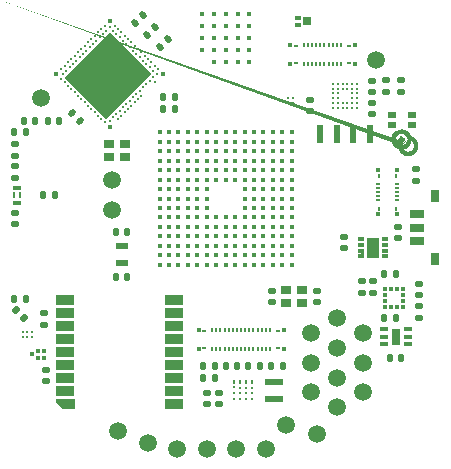
<source format=gbr>
%TF.GenerationSoftware,KiCad,Pcbnew,7.0.1*%
%TF.CreationDate,2023-12-30T18:27:54+00:00*%
%TF.ProjectId,watch_main,77617463-685f-46d6-9169-6e2e6b696361,rev?*%
%TF.SameCoordinates,Original*%
%TF.FileFunction,Soldermask,Top*%
%TF.FilePolarity,Negative*%
%FSLAX46Y46*%
G04 Gerber Fmt 4.6, Leading zero omitted, Abs format (unit mm)*
G04 Created by KiCad (PCBNEW 7.0.1) date 2023-12-30 18:27:54*
%MOMM*%
%LPD*%
G01*
G04 APERTURE LIST*
G04 Aperture macros list*
%AMRoundRect*
0 Rectangle with rounded corners*
0 $1 Rounding radius*
0 $2 $3 $4 $5 $6 $7 $8 $9 X,Y pos of 4 corners*
0 Add a 4 corners polygon primitive as box body*
4,1,4,$2,$3,$4,$5,$6,$7,$8,$9,$2,$3,0*
0 Add four circle primitives for the rounded corners*
1,1,$1+$1,$2,$3*
1,1,$1+$1,$4,$5*
1,1,$1+$1,$6,$7*
1,1,$1+$1,$8,$9*
0 Add four rect primitives between the rounded corners*
20,1,$1+$1,$2,$3,$4,$5,0*
20,1,$1+$1,$4,$5,$6,$7,0*
20,1,$1+$1,$6,$7,$8,$9,0*
20,1,$1+$1,$8,$9,$2,$3,0*%
%AMRotRect*
0 Rectangle, with rotation*
0 The origin of the aperture is its center*
0 $1 length*
0 $2 width*
0 $3 Rotation angle, in degrees counterclockwise*
0 Add horizontal line*
21,1,$1,$2,0,0,$3*%
%AMFreePoly0*
4,1,6,0.450000,-0.400000,-0.450000,-0.400000,-0.450000,0.650000,0.150000,1.200000,0.450000,1.200000,0.450000,-0.400000,0.450000,-0.400000,$1*%
%AMFreePoly1*
4,1,7,0.150000,0.000000,0.350000,0.000000,0.350000,-0.250000,-0.150000,-0.250000,-0.150000,0.250000,0.150000,0.250000,0.150000,0.000000,0.150000,0.000000,$1*%
%AMFreePoly2*
4,1,59,0.799098,0.828199,0.965410,0.754152,1.112692,0.647145,1.234508,0.511855,1.325534,0.354194,1.381790,0.181054,1.400820,0.000000,1.381790,-0.181054,1.325534,-0.354194,1.234508,-0.511855,1.112692,-0.647145,0.965410,-0.754152,0.799098,-0.828199,0.621025,-0.866050,0.438975,-0.866050,0.260902,-0.828199,0.094590,-0.754152,-0.052692,-0.647145,-0.174508,-0.511855,-0.265534,-0.354194,
-0.321790,-0.181054,-0.339094,-0.016420,0.056698,-0.016420,0.073606,-0.134009,0.129848,-0.257162,0.218508,-0.359481,0.332403,-0.432677,0.462306,-0.470820,0.597694,-0.470820,0.727597,-0.432677,0.841492,-0.359481,0.930152,-0.257162,0.986394,-0.134009,1.005662,0.000000,0.986394,0.134009,0.930152,0.257162,0.841492,0.359481,0.727597,0.432677,0.597694,0.470820,0.462306,0.470820,
0.332403,0.432677,0.218508,0.359481,0.129848,0.257162,0.073606,0.134009,0.056698,0.016420,0.063500,0.000000,0.056698,-0.016420,-0.339094,-0.016420,-0.339094,-0.016419,-0.340820,0.000000,-0.321790,0.181054,-0.265534,0.354194,-0.174508,0.511855,-0.052692,0.647145,0.094590,0.754152,0.260902,0.828199,0.438975,0.866050,0.621025,0.866050,0.799098,0.828199,0.799098,0.828199,
$1*%
G04 Aperture macros list end*
%ADD10C,0.304800*%
%ADD11RoundRect,0.140000X-0.170000X0.140000X-0.170000X-0.140000X0.170000X-0.140000X0.170000X0.140000X0*%
%ADD12RoundRect,0.140000X-0.140000X-0.170000X0.140000X-0.170000X0.140000X0.170000X-0.140000X0.170000X0*%
%ADD13RoundRect,0.140000X0.170000X-0.140000X0.170000X0.140000X-0.170000X0.140000X-0.170000X-0.140000X0*%
%ADD14RoundRect,0.135000X-0.185000X0.135000X-0.185000X-0.135000X0.185000X-0.135000X0.185000X0.135000X0*%
%ADD15R,0.200000X0.400000*%
%ADD16R,0.400000X0.400000*%
%ADD17R,0.360000X0.220000*%
%ADD18R,0.360000X0.210000*%
%ADD19RoundRect,0.147500X-0.147500X-0.172500X0.147500X-0.172500X0.147500X0.172500X-0.147500X0.172500X0*%
%ADD20R,0.900000X0.800000*%
%ADD21C,1.500000*%
%ADD22RoundRect,0.147500X0.172500X-0.147500X0.172500X0.147500X-0.172500X0.147500X-0.172500X-0.147500X0*%
%ADD23RotRect,5.400000X5.000000X225.000000*%
%ADD24C,0.400000*%
%ADD25C,0.250000*%
%ADD26R,0.400000X0.200000*%
%ADD27R,0.220000X0.360000*%
%ADD28RoundRect,0.135000X0.185000X-0.135000X0.185000X0.135000X-0.185000X0.135000X-0.185000X-0.135000X0*%
%ADD29R,0.300000X0.375000*%
%ADD30R,0.750000X0.300000*%
%ADD31R,0.750000X1.450000*%
%ADD32RoundRect,0.140000X0.140000X0.170000X-0.140000X0.170000X-0.140000X-0.170000X0.140000X-0.170000X0*%
%ADD33R,0.480000X0.400000*%
%ADD34R,0.750000X0.750000*%
%ADD35R,1.600000X0.900000*%
%ADD36FreePoly0,90.000000*%
%ADD37R,0.300000X0.350000*%
%ADD38R,0.350000X0.300000*%
%ADD39RoundRect,0.135000X-0.135000X-0.185000X0.135000X-0.185000X0.135000X0.185000X-0.135000X0.185000X0*%
%ADD40C,0.300000*%
%ADD41R,0.200000X0.300000*%
%ADD42R,0.250000X0.250000*%
%ADD43R,0.500000X0.300000*%
%ADD44FreePoly1,90.000000*%
%ADD45R,1.000000X1.700000*%
%ADD46C,0.177000*%
%ADD47R,0.550000X1.600000*%
%ADD48R,1.100000X0.600000*%
%ADD49R,1.200000X0.800000*%
%ADD50R,0.800000X1.000000*%
%ADD51R,0.800000X0.990000*%
%ADD52RoundRect,0.135000X0.135000X0.185000X-0.135000X0.185000X-0.135000X-0.185000X0.135000X-0.185000X0*%
%ADD53C,0.370000*%
%ADD54R,1.600000X0.550000*%
%ADD55RoundRect,0.140000X0.021213X-0.219203X0.219203X-0.021213X-0.021213X0.219203X-0.219203X0.021213X0*%
%ADD56RoundRect,0.147500X-0.226274X-0.017678X-0.017678X-0.226274X0.226274X0.017678X0.017678X0.226274X0*%
%ADD57RoundRect,0.140000X0.219203X0.021213X0.021213X0.219203X-0.219203X-0.021213X-0.021213X-0.219203X0*%
%ADD58R,0.800000X0.350000*%
%ADD59R,0.260000X0.600000*%
%ADD60R,0.762000X0.533400*%
%ADD61FreePoly2,90.000000*%
%ADD62RoundRect,0.147500X0.147500X0.172500X-0.147500X0.172500X-0.147500X-0.172500X0.147500X-0.172500X0*%
%ADD63C,0.406400*%
G04 APERTURE END LIST*
%TO.C,MIC1801*%
D10*
X165652400Y-90297800D02*
G75*
G03*
X165652400Y-90297800I-152400J0D01*
G01*
G36*
X165766867Y-89476068D02*
G01*
X166007611Y-89598733D01*
X166198667Y-89789789D01*
X166321332Y-90030533D01*
X166363600Y-90297400D01*
X166321332Y-90564267D01*
X166198667Y-90805011D01*
X166007611Y-90996067D01*
X165766867Y-91118732D01*
X165500000Y-91161000D01*
X165424732Y-91157714D01*
X165456832Y-90790815D01*
X165500000Y-90792700D01*
X165653056Y-90768458D01*
X165791130Y-90698106D01*
X165900706Y-90588530D01*
X165971058Y-90450456D01*
X165995300Y-90297400D01*
X165971058Y-90144344D01*
X165900706Y-90006270D01*
X165791130Y-89896694D01*
X165653056Y-89826342D01*
X165500000Y-89802100D01*
X165456832Y-89803985D01*
X165424732Y-89437086D01*
X165500000Y-89433800D01*
X165766867Y-89476068D01*
G37*
G36*
X165575268Y-89437086D02*
G01*
X165543168Y-89803985D01*
X165500000Y-89802100D01*
X165346944Y-89826342D01*
X165208870Y-89896694D01*
X165099294Y-90006270D01*
X165028942Y-90144344D01*
X165004700Y-90297400D01*
X165028942Y-90450456D01*
X165099294Y-90588530D01*
X165208870Y-90698106D01*
X165346944Y-90768458D01*
X165500000Y-90792700D01*
X165543168Y-90790815D01*
X165575268Y-91157714D01*
X165500000Y-91161000D01*
X165233133Y-91118732D01*
X164992389Y-90996067D01*
X164801333Y-90805011D01*
X164678668Y-90564267D01*
X164636400Y-90297400D01*
X164678668Y-90030533D01*
X164801333Y-89789789D01*
X164992389Y-89598733D01*
X165233133Y-89476068D01*
X165500000Y-89433800D01*
X165575268Y-89437086D01*
G37*
%TD*%
D11*
%TO.C,C207*%
X157700000Y-86920000D03*
X157700000Y-87880000D03*
%TD*%
D12*
%TO.C,C803*%
X141320000Y-98150000D03*
X142280000Y-98150000D03*
%TD*%
D13*
%TO.C,C402*%
X135200000Y-105980000D03*
X135200000Y-105020000D03*
%TD*%
%TO.C,C1601*%
X132720000Y-97442000D03*
X132720000Y-96482000D03*
%TD*%
D14*
%TO.C,R202*%
X165400000Y-85290000D03*
X165400000Y-86310000D03*
%TD*%
D15*
%TO.C,J501*%
X154350000Y-108000000D03*
X154000000Y-108000000D03*
X153650000Y-108000000D03*
X153300000Y-108000000D03*
X152950000Y-108000000D03*
X152600000Y-108000000D03*
X152250000Y-108000000D03*
X151900000Y-108000000D03*
X151550000Y-108000000D03*
X151200000Y-108000000D03*
X150850000Y-108000000D03*
X150500000Y-108000000D03*
X150150000Y-108000000D03*
X149800000Y-108000000D03*
X149450000Y-108000000D03*
X149450000Y-106400000D03*
X149800000Y-106400000D03*
X150150000Y-106400000D03*
X150500000Y-106400000D03*
X150850000Y-106400000D03*
X151200000Y-106400000D03*
X151550000Y-106400000D03*
X151900000Y-106400000D03*
X152250000Y-106400000D03*
X152600000Y-106400000D03*
X152950000Y-106400000D03*
X153300000Y-106400000D03*
X153650000Y-106400000D03*
X154000000Y-106400000D03*
X154350000Y-106400000D03*
D16*
X155500000Y-106400000D03*
D17*
X155030000Y-106490000D03*
X148770000Y-106490000D03*
D16*
X148300000Y-106400000D03*
X148300000Y-108000000D03*
D17*
X148770000Y-107910000D03*
X155030000Y-107910000D03*
D16*
X155500000Y-108000000D03*
%TD*%
D15*
%TO.C,J701*%
X157210000Y-83900000D03*
X157210000Y-82300000D03*
X157560000Y-83900000D03*
X157560000Y-82300000D03*
X157910000Y-83900000D03*
X157910000Y-82300000D03*
X158260000Y-83900000D03*
X158260000Y-82300000D03*
X158610000Y-83900000D03*
X158610000Y-82300000D03*
X158960000Y-83900000D03*
X158960000Y-82300000D03*
X159310000Y-83900000D03*
X159310000Y-82300000D03*
X159660000Y-83900000D03*
X159660000Y-82300000D03*
X160010000Y-83900000D03*
X160010000Y-82300000D03*
X160360000Y-83900000D03*
X160360000Y-82300000D03*
D16*
X156060000Y-82300000D03*
D18*
X156530000Y-82395000D03*
D16*
X156060000Y-83900000D03*
D18*
X156530000Y-83805000D03*
X161040000Y-83805000D03*
D16*
X161510000Y-83900000D03*
D18*
X161040000Y-82395000D03*
D16*
X161540000Y-82300000D03*
%TD*%
D11*
%TO.C,C401*%
X135400000Y-109820000D03*
X135400000Y-110780000D03*
%TD*%
D19*
%TO.C,L1601*%
X132715000Y-103800000D03*
X133685000Y-103800000D03*
%TD*%
D20*
%TO.C,Y301*%
X142100000Y-90650000D03*
X140700000Y-90650000D03*
X140700000Y-91750000D03*
X142100000Y-91750000D03*
%TD*%
D21*
%TO.C,TP804*%
X154000000Y-116500000D03*
%TD*%
D22*
%TO.C,L1602*%
X132720000Y-91665000D03*
X132720000Y-90695000D03*
%TD*%
D23*
%TO.C,U301*%
X140640202Y-84892893D03*
D24*
X145307106Y-84751472D03*
D25*
X144600000Y-85458579D03*
X143468629Y-86589950D03*
X143185786Y-86872792D03*
X142902943Y-87155635D03*
X142620101Y-87438478D03*
X142337258Y-87721320D03*
X142054415Y-88004163D03*
X141771572Y-88287006D03*
X141488730Y-88569849D03*
D24*
X140781623Y-89276955D03*
D25*
X142337258Y-81781624D03*
X137811775Y-86307107D03*
X141912994Y-81923045D03*
X142054415Y-81498781D03*
X137528932Y-86024264D03*
X141630151Y-81640202D03*
X141771572Y-81215938D03*
X137246089Y-85741421D03*
X141347308Y-81357359D03*
X141488730Y-80933095D03*
X136963246Y-85458579D03*
X141064466Y-81074517D03*
X141205887Y-80650253D03*
X136680404Y-85175736D03*
X140781623Y-80791674D03*
X140498780Y-81074517D03*
X140215938Y-81357359D03*
X139933095Y-81640202D03*
X139650252Y-81923045D03*
X139367409Y-82205888D03*
X139084567Y-82488730D03*
X138801724Y-82771573D03*
X138518881Y-83054416D03*
X138236039Y-83337258D03*
X137953196Y-83620101D03*
X137670353Y-83902944D03*
X137387510Y-84185787D03*
X137104668Y-84468629D03*
X136821825Y-84751472D03*
D24*
X140781623Y-80225989D03*
D25*
X140357359Y-80650253D03*
X140074516Y-80933095D03*
X139791674Y-81215938D03*
X139508831Y-81498781D03*
X139225988Y-81781624D03*
X138943145Y-82064466D03*
X138660303Y-82347309D03*
X138377460Y-82630152D03*
X138094617Y-82912994D03*
X137811775Y-83195837D03*
X137528932Y-83478680D03*
X137246089Y-83761523D03*
X136963246Y-84044365D03*
X136680404Y-84327208D03*
D24*
X136256140Y-84751472D03*
D25*
X144741421Y-84751472D03*
X144458578Y-85034315D03*
X144175736Y-85317157D03*
X143892893Y-85600000D03*
X143610050Y-85882843D03*
X143327207Y-86165686D03*
X143044365Y-86448528D03*
X142761522Y-86731371D03*
X142478679Y-87014214D03*
X142195837Y-87297056D03*
X141912994Y-87579899D03*
X141630151Y-87862742D03*
X141347308Y-88145585D03*
X141064466Y-88428427D03*
X140781623Y-88711270D03*
X144882842Y-84327208D03*
X140357359Y-88852691D03*
X144458578Y-84468629D03*
X144600000Y-84044365D03*
X140074516Y-88569849D03*
X144175736Y-84185787D03*
X144317157Y-83761523D03*
X139791674Y-88287006D03*
X143892893Y-83902944D03*
X144034314Y-83478680D03*
X139508831Y-88004163D03*
X143610050Y-83620101D03*
X143751471Y-83195837D03*
X139225988Y-87721320D03*
X143327207Y-83337258D03*
X143468629Y-82912994D03*
X138943145Y-87438478D03*
X143044365Y-83054416D03*
X143185786Y-82630152D03*
X138660303Y-87155635D03*
X142761522Y-82771573D03*
X142902943Y-82347309D03*
X138377460Y-86872792D03*
X142478679Y-82488730D03*
X142620101Y-82064466D03*
X138094617Y-86589950D03*
X142195837Y-82205888D03*
%TD*%
D26*
%TO.C,J601*%
X163500000Y-94050000D03*
X163500000Y-94400000D03*
X163500000Y-94750000D03*
X163500000Y-95100000D03*
X163500000Y-95450000D03*
X165100000Y-95450000D03*
X165100000Y-95100000D03*
X165100000Y-94400000D03*
X165100000Y-94750000D03*
X165100000Y-94050000D03*
D16*
X163500000Y-92900000D03*
X165100000Y-92900000D03*
D27*
X163590000Y-93350000D03*
X165010000Y-93350000D03*
X163590000Y-96150000D03*
X165010000Y-96150000D03*
D16*
X163500000Y-96600000D03*
X165100000Y-96600000D03*
%TD*%
D12*
%TO.C,C1305*%
X164020000Y-101700000D03*
X164980000Y-101700000D03*
%TD*%
%TO.C,C1407*%
X152520000Y-109500000D03*
X153480000Y-109500000D03*
%TD*%
D28*
%TO.C,R804*%
X167000000Y-105410000D03*
X167000000Y-104390000D03*
%TD*%
D21*
%TO.C,J1701*%
X157800000Y-106700000D03*
X157800000Y-109200000D03*
X157800000Y-111700000D03*
X160000000Y-105450000D03*
X160000000Y-107950000D03*
X160000000Y-110450000D03*
X160000000Y-112950000D03*
X162200000Y-106700000D03*
X162200000Y-109200000D03*
X162200000Y-111700000D03*
%TD*%
D20*
%TO.C,Y801*%
X157100000Y-103050000D03*
X155700000Y-103050000D03*
X155700000Y-104150000D03*
X157100000Y-104150000D03*
%TD*%
D13*
%TO.C,C1401*%
X150000000Y-112730000D03*
X150000000Y-111770000D03*
%TD*%
D11*
%TO.C,C1306*%
X163100000Y-102320000D03*
X163100000Y-103280000D03*
%TD*%
D29*
%TO.C,FL401*%
X134200000Y-108487500D03*
X134700000Y-108775000D03*
X135200000Y-108775000D03*
X135200000Y-108200000D03*
X134700000Y-108200000D03*
%TD*%
D30*
%TO.C,IC1302*%
X166000000Y-107650000D03*
X166000000Y-107000000D03*
X166000000Y-106350000D03*
X164000000Y-106350000D03*
X164000000Y-107000000D03*
X164000000Y-107650000D03*
D31*
X165000000Y-107000000D03*
%TD*%
D32*
%TO.C,C1408*%
X149680000Y-109500000D03*
X148720000Y-109500000D03*
%TD*%
D21*
%TO.C,TP301*%
X141500000Y-115000000D03*
%TD*%
D12*
%TO.C,C804*%
X141320000Y-101950000D03*
X142280000Y-101950000D03*
%TD*%
D21*
%TO.C,TP202*%
X163300000Y-83600000D03*
%TD*%
D25*
%TO.C,IC201*%
X159700000Y-87600000D03*
X159700000Y-87200000D03*
X159700000Y-86800000D03*
X159700000Y-86400000D03*
X159700000Y-86000000D03*
X159700000Y-85600000D03*
X160100000Y-87600000D03*
X160100000Y-87200000D03*
X160100000Y-86800000D03*
X160100000Y-86400000D03*
X160100000Y-86000000D03*
X160100000Y-85600000D03*
X160500000Y-87600000D03*
X160500000Y-87200000D03*
X160500000Y-86000000D03*
X160500000Y-85600000D03*
X160900000Y-87600000D03*
X160900000Y-87200000D03*
X160900000Y-86000000D03*
X160900000Y-85600000D03*
X161300000Y-87600000D03*
X161300000Y-87200000D03*
X161300000Y-86800000D03*
X161300000Y-86400000D03*
X161300000Y-86000000D03*
X161300000Y-85600000D03*
X161700000Y-87600000D03*
X161700000Y-87200000D03*
X161700000Y-86800000D03*
X161700000Y-86400000D03*
X161700000Y-86000000D03*
X161700000Y-85600000D03*
%TD*%
D13*
%TO.C,C1602*%
X132720000Y-93522000D03*
X132720000Y-92562000D03*
%TD*%
D32*
%TO.C,C1405*%
X151580000Y-109500000D03*
X150620000Y-109500000D03*
%TD*%
D21*
%TO.C,TP208*%
X149000000Y-116500000D03*
%TD*%
D13*
%TO.C,C802*%
X158300000Y-104080000D03*
X158300000Y-103120000D03*
%TD*%
D11*
%TO.C,C202*%
X163000000Y-85320000D03*
X163000000Y-86280000D03*
%TD*%
D21*
%TO.C,TP801*%
X141000000Y-96300000D03*
%TD*%
D33*
%TO.C,Q201*%
X156720000Y-80025000D03*
D34*
X157480000Y-80300000D03*
D33*
X156720000Y-80575000D03*
%TD*%
D21*
%TO.C,TP303*%
X146500000Y-116500000D03*
%TD*%
%TO.C,TP805*%
X155700000Y-114500000D03*
%TD*%
D14*
%TO.C,R201*%
X164200000Y-85290000D03*
X164200000Y-86310000D03*
%TD*%
D11*
%TO.C,C1801*%
X166700000Y-92820000D03*
X166700000Y-93780000D03*
%TD*%
D35*
%TO.C,U401*%
X146200000Y-112700000D03*
X146200000Y-111600000D03*
X146200000Y-110500000D03*
X146200000Y-109400000D03*
X146200000Y-108300000D03*
X146200000Y-107200000D03*
X146200000Y-106100000D03*
X146200000Y-105000000D03*
X146200000Y-103900000D03*
X137000000Y-103900000D03*
X137000000Y-105000000D03*
X137000000Y-106100000D03*
X137000000Y-107200000D03*
X137000000Y-108300000D03*
X137000000Y-109400000D03*
X137000000Y-110500000D03*
X137000000Y-111600000D03*
D36*
X137400000Y-112700000D03*
%TD*%
D12*
%TO.C,C316*%
X145320000Y-86700000D03*
X146280000Y-86700000D03*
%TD*%
D32*
%TO.C,C1307*%
X165480000Y-108812500D03*
X164520000Y-108812500D03*
%TD*%
D37*
%TO.C,IC1301*%
X164100000Y-104450000D03*
X164600000Y-104450000D03*
X165100000Y-104450000D03*
X165600000Y-104450000D03*
D38*
X165600000Y-103950000D03*
X165600000Y-103450000D03*
D37*
X165600000Y-102950000D03*
X165100000Y-102950000D03*
X164600000Y-102950000D03*
X164100000Y-102950000D03*
D38*
X164100000Y-103450000D03*
X164100000Y-103950000D03*
%TD*%
D32*
%TO.C,C1409*%
X149680000Y-110500000D03*
X148720000Y-110500000D03*
%TD*%
D19*
%TO.C,L1603*%
X132715000Y-89700000D03*
X133685000Y-89700000D03*
%TD*%
D11*
%TO.C,C801*%
X154500000Y-103120000D03*
X154500000Y-104080000D03*
%TD*%
D39*
%TO.C,R1601*%
X135098000Y-95035000D03*
X136118000Y-95035000D03*
%TD*%
D40*
%TO.C,U1401*%
X152800000Y-112300000D03*
X152300000Y-112300000D03*
X151800000Y-112300000D03*
X151300000Y-112300000D03*
X152800000Y-111800000D03*
X152300000Y-111800000D03*
X151800000Y-111800000D03*
X151300000Y-111800000D03*
X152800000Y-111300000D03*
X152300000Y-111300000D03*
X151800000Y-111300000D03*
X151300000Y-111296000D03*
D41*
X152800000Y-110800000D03*
X152304000Y-110800000D03*
X151800000Y-110800000D03*
X151300000Y-110800000D03*
%TD*%
D21*
%TO.C,TP201*%
X135000000Y-86800000D03*
%TD*%
%TO.C,TP807*%
X158300000Y-115200000D03*
%TD*%
D42*
%TO.C,IC401*%
X133400000Y-106987500D03*
X133800000Y-106987500D03*
X134200000Y-106987500D03*
X134200000Y-106587500D03*
X133800000Y-106587500D03*
X133400000Y-106587500D03*
%TD*%
D43*
%TO.C,U1102*%
X164100000Y-100200000D03*
X164100000Y-99700000D03*
X164100000Y-99200000D03*
X164100000Y-98700000D03*
X162050000Y-98700000D03*
X162050000Y-99200000D03*
X162050000Y-99700000D03*
D44*
X162050000Y-100200000D03*
D45*
X163075000Y-99450000D03*
%TD*%
D21*
%TO.C,TP302*%
X144000000Y-116000000D03*
%TD*%
D11*
%TO.C,C1501*%
X165200000Y-97720000D03*
X165200000Y-98680000D03*
%TD*%
D46*
%TO.C,IC1801*%
X155900000Y-86750000D03*
X156300000Y-86750000D03*
X155900000Y-87250000D03*
X156300000Y-87250000D03*
%TD*%
D11*
%TO.C,C1404*%
X149000000Y-111770000D03*
X149000000Y-112730000D03*
%TD*%
D47*
%TO.C,L202*%
X160025000Y-89800000D03*
X158575000Y-89800000D03*
%TD*%
D48*
%TO.C,Y802*%
X141800000Y-100750000D03*
X141800000Y-99350000D03*
%TD*%
D49*
%TO.C,SW1501*%
X166800000Y-98900000D03*
X166800000Y-96600000D03*
X166800000Y-97750000D03*
D50*
X168350000Y-100450000D03*
D51*
X168350000Y-95050000D03*
%TD*%
D19*
%TO.C,L1604*%
X133515000Y-88700000D03*
X134485000Y-88700000D03*
%TD*%
D52*
%TO.C,R803*%
X165010000Y-105400000D03*
X163990000Y-105400000D03*
%TD*%
D12*
%TO.C,C1406*%
X154470000Y-109500000D03*
X155430000Y-109500000D03*
%TD*%
D11*
%TO.C,C204*%
X163000000Y-87220000D03*
X163000000Y-88180000D03*
%TD*%
D21*
%TO.C,TP209*%
X141000000Y-93750000D03*
%TD*%
D53*
%TO.C,IC1001*%
X148600000Y-82700000D03*
X148600000Y-81700000D03*
X148600000Y-80700000D03*
X148600000Y-79700000D03*
X149600000Y-83700000D03*
X149600000Y-82700000D03*
X149600000Y-81700000D03*
X149600000Y-80700000D03*
X149600000Y-79700000D03*
X150600000Y-83700000D03*
X150600000Y-82700000D03*
X150600000Y-81700000D03*
X150600000Y-80700000D03*
X150600000Y-79700000D03*
X151600000Y-83700000D03*
X151600000Y-82700000D03*
X151600000Y-81700000D03*
X151600000Y-80700000D03*
X151600000Y-79700000D03*
X152600000Y-83700000D03*
X152600000Y-82700000D03*
X152600000Y-81700000D03*
X152600000Y-80700000D03*
X152600000Y-79700000D03*
%TD*%
D54*
%TO.C,L1404*%
X154700000Y-112275000D03*
X154700000Y-110825000D03*
%TD*%
D55*
%TO.C,C306*%
X143960589Y-81439411D03*
X144639411Y-80760589D03*
%TD*%
D56*
%TO.C,L401*%
X132857053Y-104757053D03*
X133542947Y-105442947D03*
%TD*%
D11*
%TO.C,C1303*%
X162100000Y-102320000D03*
X162100000Y-103280000D03*
%TD*%
D57*
%TO.C,C315*%
X138239411Y-88699411D03*
X137560589Y-88020589D03*
%TD*%
D13*
%TO.C,C1301*%
X167000000Y-103480000D03*
X167000000Y-102520000D03*
%TD*%
D58*
%TO.C,ANT1601*%
X132931000Y-95661000D03*
D59*
X133184000Y-95036000D03*
D58*
X132931000Y-94411000D03*
D59*
X132678000Y-95036000D03*
%TD*%
D21*
%TO.C,TP806*%
X151500000Y-116500000D03*
%TD*%
D12*
%TO.C,C314*%
X145320000Y-87700000D03*
X146280000Y-87700000D03*
%TD*%
D55*
%TO.C,C304*%
X145060589Y-82439411D03*
X145739411Y-81760589D03*
%TD*%
D60*
%TO.C,MIC1801*%
X166337500Y-88223400D03*
X166337500Y-89045400D03*
X164662500Y-88223400D03*
X164662500Y-89045400D03*
D61*
X165500000Y-90814800D03*
%TD*%
D13*
%TO.C,C1101*%
X160600000Y-99480000D03*
X160600000Y-98520000D03*
%TD*%
D47*
%TO.C,L201*%
X162825000Y-89800000D03*
X161375000Y-89800000D03*
%TD*%
D62*
%TO.C,L303*%
X136485000Y-88700000D03*
X135515000Y-88700000D03*
%TD*%
D55*
%TO.C,C313*%
X142960589Y-80439411D03*
X143639411Y-79760589D03*
%TD*%
D63*
%TO.C,U801*%
X145000001Y-100899999D03*
X145000001Y-100099999D03*
X145000001Y-99300000D03*
X145000001Y-98500000D03*
X145000001Y-97700000D03*
X145000001Y-96900000D03*
X145000001Y-96100000D03*
X145000001Y-95300000D03*
X145000001Y-94500000D03*
X145000001Y-93700000D03*
X145000001Y-92900000D03*
X145000001Y-92100000D03*
X145000001Y-91300000D03*
X145000001Y-90500001D03*
X145000001Y-89700001D03*
X145800001Y-100899999D03*
X145800001Y-100099999D03*
X145800001Y-99300000D03*
X145800001Y-98500000D03*
X145800001Y-97700000D03*
X145800001Y-96900000D03*
X145800001Y-96100000D03*
X145800001Y-95300000D03*
X145800001Y-94500000D03*
X145800001Y-93700000D03*
X145800001Y-92900000D03*
X145800001Y-92100000D03*
X145800001Y-91300000D03*
X145800001Y-90500001D03*
X145800001Y-89700001D03*
X146600000Y-100899999D03*
X146600000Y-100099999D03*
X146600000Y-99300000D03*
X146600000Y-98500000D03*
X146600000Y-97700000D03*
X146600000Y-96900000D03*
X146600000Y-96100000D03*
X146600000Y-95300000D03*
X146600000Y-94500000D03*
X146600000Y-93700000D03*
X146600000Y-92900000D03*
X146600000Y-92100000D03*
X146600000Y-91300000D03*
X146600000Y-90500001D03*
X146600000Y-89700001D03*
X147400000Y-100899999D03*
X147400000Y-100099999D03*
X147400000Y-99300000D03*
X147400000Y-98500000D03*
X147400000Y-97700000D03*
X147400000Y-96900000D03*
X147400000Y-96100000D03*
X147400000Y-95300000D03*
X147400000Y-94500000D03*
X147400000Y-93700000D03*
X147400000Y-92900000D03*
X147400000Y-92100000D03*
X147400000Y-91300000D03*
X147400000Y-90500001D03*
X147400000Y-89700001D03*
X148200000Y-100899999D03*
X148200000Y-100099999D03*
X148200000Y-99300000D03*
X148200000Y-98500000D03*
X148200000Y-97700000D03*
X148200000Y-96900000D03*
X148200000Y-96100000D03*
X148200000Y-95300000D03*
X148200000Y-94500000D03*
X148200000Y-93700000D03*
X148200000Y-92900000D03*
X148200000Y-92100000D03*
X148200000Y-91300000D03*
X148200000Y-90500001D03*
X148200000Y-89700001D03*
X149000000Y-100899999D03*
X149000000Y-100099999D03*
X149000000Y-99300000D03*
X149000000Y-98500000D03*
X149000000Y-97700000D03*
X149000000Y-96900000D03*
X149000000Y-96100000D03*
X149000000Y-95300000D03*
X149000000Y-94500000D03*
X149000000Y-93700000D03*
X149000000Y-92900000D03*
X149000000Y-92100000D03*
X149000000Y-91300000D03*
X149000000Y-90500001D03*
X149000000Y-89700001D03*
X149800000Y-100899999D03*
X149800000Y-100099999D03*
X149800000Y-99300000D03*
X149800000Y-98500000D03*
X149800000Y-97700000D03*
X149800000Y-96900000D03*
X149800000Y-93700000D03*
X149800000Y-92900000D03*
X149800000Y-92100000D03*
X149800000Y-91300000D03*
X149800000Y-90500001D03*
X149800000Y-89700001D03*
X150600000Y-100899999D03*
X150600000Y-100099999D03*
X150600000Y-99300000D03*
X150600000Y-98500000D03*
X150600000Y-97700000D03*
X150600000Y-96900000D03*
X150600000Y-93700000D03*
X150600000Y-92900000D03*
X150600000Y-92100000D03*
X150600000Y-91300000D03*
X150600000Y-90500001D03*
X150600000Y-89700001D03*
X151400000Y-100899999D03*
X151400000Y-100099999D03*
X151400000Y-99300000D03*
X151400000Y-98500000D03*
X151400000Y-97700000D03*
X151400000Y-96900000D03*
X151400000Y-93700000D03*
X151400000Y-92900000D03*
X151400000Y-92100000D03*
X151400000Y-91300000D03*
X151400000Y-90500001D03*
X151400000Y-89700001D03*
X152200000Y-100899999D03*
X152200000Y-100099999D03*
X152200000Y-99300000D03*
X152200000Y-98500000D03*
X152200000Y-97700000D03*
X152200000Y-96900000D03*
X152200000Y-96100000D03*
X152200000Y-95300000D03*
X152200000Y-94500000D03*
X152200000Y-93700000D03*
X152200000Y-92900000D03*
X152200000Y-92100000D03*
X152200000Y-91300000D03*
X152200000Y-90500001D03*
X152200000Y-89700001D03*
X153000000Y-100899999D03*
X153000000Y-100099999D03*
X153000000Y-99300000D03*
X153000000Y-98500000D03*
X153000000Y-97700000D03*
X153000000Y-96900000D03*
X153000000Y-96100000D03*
X153000000Y-95300000D03*
X153000000Y-94500000D03*
X153000000Y-93700000D03*
X153000000Y-92900000D03*
X153000000Y-92100000D03*
X153000000Y-91300000D03*
X153000000Y-90500001D03*
X153000000Y-89700001D03*
X153800000Y-100899999D03*
X153800000Y-100099999D03*
X153800000Y-99300000D03*
X153800000Y-98500000D03*
X153800000Y-97700000D03*
X153800000Y-96900000D03*
X153800000Y-96100000D03*
X153800000Y-95300000D03*
X153800000Y-94500000D03*
X153800000Y-93700000D03*
X153800000Y-92900000D03*
X153800000Y-92100000D03*
X153800000Y-91300000D03*
X153800000Y-90500001D03*
X153800000Y-89700001D03*
X154600000Y-100899999D03*
X154600000Y-100099999D03*
X154600000Y-99300000D03*
X154600000Y-98500000D03*
X154600000Y-97700000D03*
X154600000Y-96900000D03*
X154600000Y-96100000D03*
X154600000Y-95300000D03*
X154600000Y-94500000D03*
X154600000Y-93700000D03*
X154600000Y-92900000D03*
X154600000Y-92100000D03*
X154600000Y-91300000D03*
X154600000Y-90500001D03*
X154600000Y-89700001D03*
X155399999Y-100899999D03*
X155399999Y-100099999D03*
X155399999Y-99300000D03*
X155399999Y-98500000D03*
X155399999Y-97700000D03*
X155399999Y-96900000D03*
X155399999Y-96100000D03*
X155399999Y-95300000D03*
X155399999Y-94500000D03*
X155399999Y-93700000D03*
X155399999Y-92900000D03*
X155399999Y-92100000D03*
X155399999Y-91300000D03*
X155399999Y-90500001D03*
X155399999Y-89700001D03*
X156199999Y-100899999D03*
X156199999Y-100099999D03*
X156199999Y-99300000D03*
X156199999Y-98500000D03*
X156199999Y-97700000D03*
X156199999Y-96900000D03*
X156199999Y-96100000D03*
X156199999Y-95300000D03*
X156199999Y-94500000D03*
X156199999Y-93700000D03*
X156199999Y-92900000D03*
X156199999Y-92100000D03*
X156199999Y-91300000D03*
X156199999Y-90500001D03*
X156199999Y-89700001D03*
%TD*%
M02*

</source>
